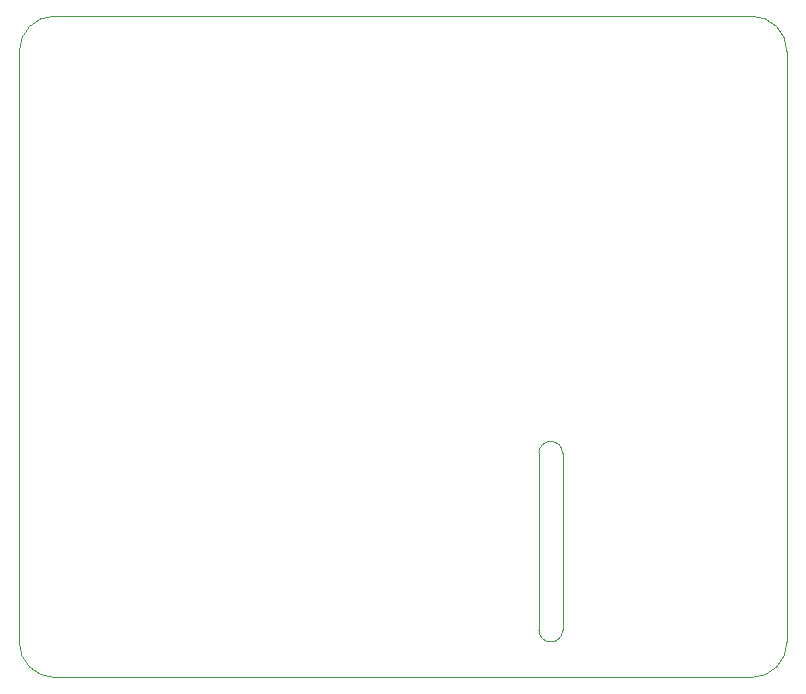
<source format=gbr>
G04 #@! TF.GenerationSoftware,KiCad,Pcbnew,5.1.6*
G04 #@! TF.CreationDate,2020-07-10T01:20:45+02:00*
G04 #@! TF.ProjectId,wuhat,77756861-742e-46b6-9963-61645f706362,7E4.0*
G04 #@! TF.SameCoordinates,Original*
G04 #@! TF.FileFunction,Profile,NP*
%FSLAX46Y46*%
G04 Gerber Fmt 4.6, Leading zero omitted, Abs format (unit mm)*
G04 Created by KiCad (PCBNEW 5.1.6) date 2020-07-10 01:20:45*
%MOMM*%
%LPD*%
G01*
G04 APERTURE LIST*
G04 #@! TA.AperFunction,Profile*
%ADD10C,0.001000*%
G04 #@! TD*
G04 APERTURE END LIST*
D10*
X145600000Y-132730000D02*
X145600000Y-147730000D01*
X146600000Y-148730000D02*
G75*
G02*
X145600000Y-147730000I0J1000000D01*
G01*
X147600000Y-147730000D02*
G75*
G02*
X146600000Y-148730000I-1000000J0D01*
G01*
X147600000Y-132730000D02*
X147600000Y-147730000D01*
X146600000Y-131730000D02*
G75*
G02*
X147600000Y-132730000I0J-1000000D01*
G01*
X145600000Y-132730000D02*
G75*
G02*
X146600000Y-131730000I1000000J0D01*
G01*
X166600000Y-148730000D02*
X166600000Y-98730000D01*
X166600000Y-148730000D02*
G75*
G02*
X163600000Y-151730000I-3000000J0D01*
G01*
X104600000Y-151730000D02*
X163600000Y-151730000D01*
X104600000Y-151730000D02*
G75*
G02*
X101600000Y-148730000I0J3000000D01*
G01*
X101600000Y-98730000D02*
X101600000Y-148730000D01*
X101600000Y-98730000D02*
G75*
G02*
X104600000Y-95730000I3000000J0D01*
G01*
X163600000Y-95730000D02*
X104600000Y-95730000D01*
X163600000Y-95730000D02*
G75*
G02*
X166600000Y-98730000I0J-3000000D01*
G01*
M02*

</source>
